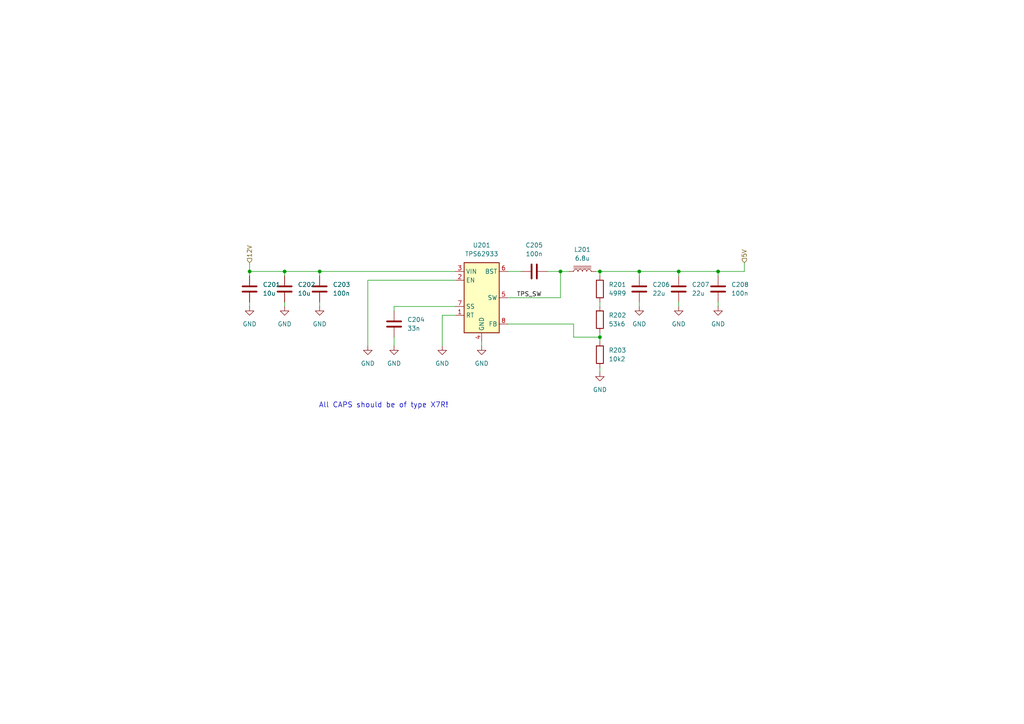
<source format=kicad_sch>
(kicad_sch (version 20250114) (generator "eeschema") (generator_version "9.0")
  (paper "A4")
  (lib_symbols
    (symbol "Device:C" (pin_numbers (hide yes)) (pin_names (offset 0.254))
      (property "Reference" "C" (at 0.635 2.54 0))
      (property "Value" "C" (at 0.635 -2.54 0))
      (symbol "C_0_1"
        (polyline (pts (xy -2.032 0.762) (xy 2.032 0.762)) (stroke (width 0.508)))
        (polyline (pts (xy -2.032 -0.762) (xy 2.032 -0.762)) (stroke (width 0.508)))
      )
      (symbol "C_1_1"
        (pin passive line (at 0 3.81 270) (length 2.794) (name "~") (number "1"))
        (pin passive line (at 0 -3.81 90) (length 2.794) (name "~") (number "2"))
      )
    )
    (symbol "Device:L_Iron" (pin_numbers (hide yes)) (pin_names (offset 1.016) (hide yes))
      (property "Reference" "L" (at -1.27 0 90))
      (property "Value" "L_Iron" (at 2.794 0 90))
      (symbol "L_Iron_0_1"
        (arc (start 0 2.54) (mid 0.6323 1.905) (end 0 1.27))
        (arc (start 0 1.27) (mid 0.6323 0.635) (end 0 0))
        (arc (start 0 0) (mid 0.6323 -0.635) (end 0 -1.27))
        (arc (start 0 -1.27) (mid 0.6323 -1.905) (end 0 -2.54))
        (polyline (pts (xy 1.016 2.54) (xy 1.016 -2.54)))
        (polyline (pts (xy 1.524 -2.54) (xy 1.524 2.54)))
      )
      (symbol "L_Iron_1_1"
        (pin passive line (at 0 3.81 270) (length 1.27) (name "1") (number "1"))
        (pin passive line (at 0 -3.81 90) (length 1.27) (name "2") (number "2"))
      )
    )
    (symbol "Device:R" (pin_numbers (hide yes)) (pin_names (offset 0))
      (property "Reference" "R" (at 2.032 0 90))
      (property "Value" "R" (at 0 0 90))
      (symbol "R_0_1"
        (rectangle (start -1.016 -2.54) (end 1.016 2.54) (stroke (width 0.254)))
      )
      (symbol "R_1_1"
        (pin passive line (at 0 3.81 270) (length 1.27) (name "~") (number "1"))
        (pin passive line (at 0 -3.81 90) (length 1.27) (name "~") (number "2"))
      )
    )
    (symbol "Regulator_Switching:TPS62933"
      (property "Reference" "U" (at 0 13.97 0))
      (property "Value" "TPS62933" (at 0 11.43 0))
      (symbol "TPS62933_0_1"
        (rectangle (start -5.08 10.16) (end 5.08 -10.16) (stroke (width 0.254)) (fill (type background)))
      )
      (symbol "TPS62933_1_1"
        (pin power_in line (at -7.62 7.62 0) (length 2.54) (name "VIN") (number "3"))
        (pin input line (at -7.62 5.08 0) (length 2.54) (name "EN") (number "2"))
        (pin passive line (at -7.62 -2.54 0) (length 2.54) (name "SS") (number "7"))
        (pin passive line (at -7.62 -5.08 0) (length 2.54) (name "RT") (number "1"))
        (pin power_in line (at 0 -12.7 90) (length 2.54) (name "GND") (number "4"))
        (pin passive line (at 7.62 7.62 180) (length 2.54) (name "BST") (number "6"))
        (pin output line (at 7.62 0 180) (length 2.54) (name "SW") (number "5"))
        (pin input line (at 7.62 -7.62 180) (length 2.54) (name "FB") (number "8"))
      )
    )
    (symbol "power:GND" (power) (pin_numbers (hide yes)) (pin_names (offset 0) (hide yes))
      (property "Value" "GND" (at 0 -3.81 0))
      (symbol "GND_0_1"
        (polyline (pts (xy 0 0) (xy 0 -1.27) (xy 1.27 -1.27) (xy 0 -2.54) (xy -1.27 -1.27) (xy 0 -1.27)))
      )
      (symbol "GND_1_1"
        (pin power_in line (at 0 0 270) (length 0) (name "~") (number "1"))
      )
    )
  )
  (text "All CAPS should be of type X7R!" (at 111.252 117.602 0) (effects (font (size 1.5 1.5))))
  (junction (at 185.42 78.74))
  (junction (at 72.39 78.74))
  (junction (at 208.28 78.74))
  (junction (at 82.55 78.74))
  (junction (at 173.99 78.74))
  (junction (at 196.85 78.74))
  (junction (at 92.71 78.74))
  (junction (at 173.99 97.79))
  (junction (at 162.56 78.74))
  (wire (pts (xy 172.72 78.74) (xy 173.99 78.74)))
  (wire (pts (xy 162.56 78.74) (xy 165.1 78.74)))
  (wire (pts (xy 166.37 97.79) (xy 173.99 97.79)))
  (wire (pts (xy 72.39 76.2) (xy 72.39 78.74)))
  (wire (pts (xy 208.28 78.74) (xy 208.28 80.01)))
  (wire (pts (xy 215.9 76.2) (xy 215.9 78.74)))
  (wire (pts (xy 114.3 90.17) (xy 114.3 88.9)))
  (wire (pts (xy 173.99 78.74) (xy 185.42 78.74)))
  (wire (pts (xy 114.3 88.9) (xy 132.08 88.9)))
  (wire (pts (xy 92.71 78.74) (xy 132.08 78.74)))
  (wire (pts (xy 185.42 78.74) (xy 185.42 80.01)))
  (wire (pts (xy 196.85 87.63) (xy 196.85 88.9)))
  (wire (pts (xy 173.99 96.52) (xy 173.99 97.79)))
  (wire (pts (xy 173.99 97.79) (xy 173.99 99.06)))
  (wire (pts (xy 139.7 99.06) (xy 139.7 100.33)))
  (wire (pts (xy 72.39 87.63) (xy 72.39 88.9)))
  (wire (pts (xy 82.55 87.63) (xy 82.55 88.9)))
  (wire (pts (xy 162.56 78.74) (xy 158.75 78.74)))
  (wire (pts (xy 147.32 93.98) (xy 166.37 93.98)))
  (wire (pts (xy 72.39 78.74) (xy 82.55 78.74)))
  (wire (pts (xy 114.3 97.79) (xy 114.3 100.33)))
  (wire (pts (xy 82.55 78.74) (xy 92.71 78.74)))
  (wire (pts (xy 173.99 78.74) (xy 173.99 80.01)))
  (wire (pts (xy 106.68 81.28) (xy 106.68 100.33)))
  (wire (pts (xy 72.39 78.74) (xy 72.39 80.01)))
  (wire (pts (xy 173.99 87.63) (xy 173.99 88.9)))
  (wire (pts (xy 173.99 106.68) (xy 173.99 107.95)))
  (wire (pts (xy 147.32 78.74) (xy 151.13 78.74)))
  (wire (pts (xy 185.42 87.63) (xy 185.42 88.9)))
  (wire (pts (xy 82.55 78.74) (xy 82.55 80.01)))
  (wire (pts (xy 208.28 87.63) (xy 208.28 88.9)))
  (wire (pts (xy 128.27 91.44) (xy 128.27 100.33)))
  (wire (pts (xy 132.08 91.44) (xy 128.27 91.44)))
  (wire (pts (xy 132.08 81.28) (xy 106.68 81.28)))
  (wire (pts (xy 147.32 86.36) (xy 162.56 86.36)))
  (wire (pts (xy 92.71 87.63) (xy 92.71 88.9)))
  (wire (pts (xy 196.85 78.74) (xy 196.85 80.01)))
  (wire (pts (xy 92.71 78.74) (xy 92.71 80.01)))
  (wire (pts (xy 208.28 78.74) (xy 215.9 78.74)))
  (wire (pts (xy 196.85 78.74) (xy 208.28 78.74)))
  (wire (pts (xy 162.56 86.36) (xy 162.56 78.74)))
  (wire (pts (xy 185.42 78.74) (xy 196.85 78.74)))
  (wire (pts (xy 166.37 93.98) (xy 166.37 97.79)))
  (label "TPS_SW" (at 149.86 86.36 0))
  (hierarchical_label "5V" (shape input) (at 215.9 76.2 90))
  (hierarchical_label "12V" (shape input) (at 72.39 76.2 90))
  (symbol (lib_id "Device:L_Iron") (at 168.91 78.74 90) (unit 1)
    (property "Reference" "L201" (at 168.91 72.39 90))
    (property "Value" "6.8u" (at 168.91 74.93 90))
    (property "Footprint" "PRJ:WE-XHMI_6060" (effects (hide yes)))
    (property "Description" "Inductor with iron core" (effects (hide yes)))
    (property "LCSC" "C167231" (effects (hide yes)))
  )
  (symbol (lib_id "power:GND") (at 185.42 88.9 0) (unit 1)
    (property "Reference" "#PWR0209" (effects (hide yes)))
    (property "Value" "GND" (at 185.42 93.98 0))
    (property "Description" "Power symbol creates a global label with name \"GND\" , ground" (effects (hide yes)))
  )
  (symbol (lib_id "Device:C") (at 114.3 93.98 0) (unit 1)
    (property "Reference" "C204" (at 118.11 92.7099 0) (effects (justify left)))
    (property "Value" "33n" (at 118.11 95.2499 0) (effects (justify left)))
    (property "Footprint" "Capacitor_SMD:C_0805_2012Metric" (effects (hide yes)))
    (property "Description" "Unpolarized capacitor" (effects (hide yes)))
  )
  (symbol (lib_id "Device:C") (at 196.85 83.82 180) (unit 1)
    (property "Reference" "C207" (at 200.66 82.5499 0) (effects (justify right)))
    (property "Value" "22u" (at 200.66 85.0899 0) (effects (justify right)))
    (property "Footprint" "Capacitor_SMD:C_1206_3216Metric" (effects (hide yes)))
    (property "Description" "Unpolarized capacitor" (effects (hide yes)))
  )
  (symbol (lib_id "Device:C") (at 92.71 83.82 0) (unit 1)
    (property "Reference" "C203" (at 96.52 82.5499 0) (effects (justify left)))
    (property "Value" "100n" (at 96.52 85.0899 0) (effects (justify left)))
    (property "Footprint" "Capacitor_SMD:C_0805_2012Metric" (effects (hide yes)))
    (property "Description" "Unpolarized capacitor" (effects (hide yes)))
  )
  (symbol (lib_id "Regulator_Switching:TPS62933") (at 139.7 86.36 0) (unit 1)
    (property "Reference" "U201" (at 139.7 71.12 0))
    (property "Value" "TPS62933" (at 139.7 73.66 0))
    (property "Footprint" "Package_TO_SOT_SMD:SOT-583-8" (effects (hide yes)))
    (property "Datasheet" "https://www.ti.com/lit/ds/symlink/tps62933.pdf" (effects (hide yes)))
    (property "Description" "3.8-30V, 3A Synchronous Buck Converters with pulse frequency modulation (PFM), SOT583-8" (effects (hide yes)))
  )
  (symbol (lib_id "power:GND") (at 139.7 100.33 0) (unit 1)
    (property "Reference" "#PWR0207" (effects (hide yes)))
    (property "Value" "GND" (at 139.7 105.41 0))
    (property "Description" "Power symbol creates a global label with name \"GND\" , ground" (effects (hide yes)))
  )
  (symbol (lib_id "Device:R") (at 173.99 92.71 0) (unit 1)
    (property "Reference" "R202" (at 176.53 91.4399 0) (effects (justify left)))
    (property "Value" "53k6" (at 176.53 93.9799 0) (effects (justify left)))
    (property "Footprint" "Resistor_SMD:R_0805_2012Metric" (effects (hide yes)))
    (property "Description" "Resistor" (effects (hide yes)))
    (property "LCSC" "C352230" (effects (hide yes)))
  )
  (symbol (lib_id "Device:C") (at 72.39 83.82 0) (unit 1)
    (property "Reference" "C201" (at 76.2 82.5499 0) (effects (justify left)))
    (property "Value" "10u" (at 76.2 85.0899 0) (effects (justify left)))
    (property "Footprint" "Capacitor_SMD:C_1206_3216Metric" (effects (hide yes)))
    (property "Description" "Unpolarized capacitor" (effects (hide yes)))
  )
  (symbol (lib_id "power:GND") (at 196.85 88.9 0) (unit 1)
    (property "Reference" "#PWR0210" (effects (hide yes)))
    (property "Value" "GND" (at 196.85 93.98 0))
    (property "Description" "Power symbol creates a global label with name \"GND\" , ground" (effects (hide yes)))
  )
  (symbol (lib_id "power:GND") (at 106.68 100.33 0) (unit 1)
    (property "Reference" "#PWR0204" (effects (hide yes)))
    (property "Value" "GND" (at 106.68 105.41 0))
    (property "Description" "Power symbol creates a global label with name \"GND\" , ground" (effects (hide yes)))
  )
  (symbol (lib_id "Device:C") (at 185.42 83.82 180) (unit 1)
    (property "Reference" "C206" (at 189.23 82.5499 0) (effects (justify right)))
    (property "Value" "22u" (at 189.23 85.0899 0) (effects (justify right)))
    (property "Footprint" "Capacitor_SMD:C_1206_3216Metric" (effects (hide yes)))
    (property "Description" "Unpolarized capacitor" (effects (hide yes)))
  )
  (symbol (lib_id "Device:C") (at 82.55 83.82 0) (unit 1)
    (property "Reference" "C202" (at 86.36 82.5499 0) (effects (justify left)))
    (property "Value" "10u" (at 86.36 85.0899 0) (effects (justify left)))
    (property "Footprint" "Capacitor_SMD:C_1206_3216Metric" (effects (hide yes)))
    (property "Description" "Unpolarized capacitor" (effects (hide yes)))
  )
  (symbol (lib_id "Device:C") (at 154.94 78.74 90) (unit 1)
    (property "Reference" "C205" (at 154.94 71.12 90))
    (property "Value" "100n" (at 154.94 73.66 90))
    (property "Footprint" "Capacitor_SMD:C_0805_2012Metric" (effects (hide yes)))
    (property "Description" "Unpolarized capacitor" (effects (hide yes)))
  )
  (symbol (lib_id "power:GND") (at 92.71 88.9 0) (unit 1)
    (property "Reference" "#PWR0203" (effects (hide yes)))
    (property "Value" "GND" (at 92.71 93.98 0))
    (property "Description" "Power symbol creates a global label with name \"GND\" , ground" (effects (hide yes)))
  )
  (symbol (lib_id "power:GND") (at 82.55 88.9 0) (unit 1)
    (property "Reference" "#PWR0202" (effects (hide yes)))
    (property "Value" "GND" (at 82.55 93.98 0))
    (property "Description" "Power symbol creates a global label with name \"GND\" , ground" (effects (hide yes)))
  )
  (symbol (lib_id "power:GND") (at 173.99 107.95 0) (unit 1)
    (property "Reference" "#PWR0208" (effects (hide yes)))
    (property "Value" "GND" (at 173.99 113.03 0))
    (property "Description" "Power symbol creates a global label with name \"GND\" , ground" (effects (hide yes)))
  )
  (symbol (lib_id "Device:R") (at 173.99 102.87 0) (unit 1)
    (property "Reference" "R203" (at 176.53 101.5999 0) (effects (justify left)))
    (property "Value" "10k2" (at 176.53 104.1399 0) (effects (justify left)))
    (property "Footprint" "Resistor_SMD:R_0805_2012Metric" (effects (hide yes)))
    (property "Description" "Resistor" (effects (hide yes)))
    (property "LCSC" "C352230" (effects (hide yes)))
  )
  (symbol (lib_id "Device:R") (at 173.99 83.82 0) (unit 1)
    (property "Reference" "R201" (at 176.53 82.5499 0) (effects (justify left)))
    (property "Value" "49R9" (at 176.53 85.0899 0) (effects (justify left)))
    (property "Footprint" "Resistor_SMD:R_0805_2012Metric" (effects (hide yes)))
    (property "Description" "Resistor" (effects (hide yes)))
    (property "LCSC" "C352230" (effects (hide yes)))
  )
  (symbol (lib_id "power:GND") (at 128.27 100.33 0) (unit 1)
    (property "Reference" "#PWR0206" (effects (hide yes)))
    (property "Value" "GND" (at 128.27 105.41 0))
    (property "Description" "Power symbol creates a global label with name \"GND\" , ground" (effects (hide yes)))
  )
  (symbol (lib_id "power:GND") (at 208.28 88.9 0) (unit 1)
    (property "Reference" "#PWR0211" (effects (hide yes)))
    (property "Value" "GND" (at 208.28 93.98 0))
    (property "Description" "Power symbol creates a global label with name \"GND\" , ground" (effects (hide yes)))
  )
  (symbol (lib_id "power:GND") (at 72.39 88.9 0) (unit 1)
    (property "Reference" "#PWR0201" (effects (hide yes)))
    (property "Value" "GND" (at 72.39 93.98 0))
    (property "Description" "Power symbol creates a global label with name \"GND\" , ground" (effects (hide yes)))
  )
  (symbol (lib_id "power:GND") (at 114.3 100.33 0) (unit 1)
    (property "Reference" "#PWR0205" (effects (hide yes)))
    (property "Value" "GND" (at 114.3 105.41 0))
    (property "Description" "Power symbol creates a global label with name \"GND\" , ground" (effects (hide yes)))
  )
  (symbol (lib_id "Device:C") (at 208.28 83.82 180) (unit 1)
    (property "Reference" "C208" (at 212.09 82.5499 0) (effects (justify right)))
    (property "Value" "100n" (at 212.09 85.0899 0) (effects (justify right)))
    (property "Footprint" "Capacitor_SMD:C_0805_2012Metric" (effects (hide yes)))
    (property "Description" "Unpolarized capacitor" (effects (hide yes)))
  )
)
</source>
